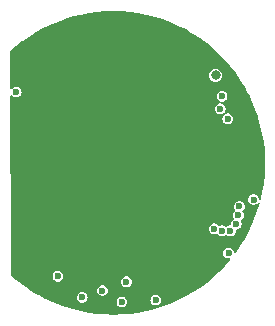
<source format=gbr>
%TF.GenerationSoftware,KiCad,Pcbnew,8.0.3*%
%TF.CreationDate,2024-11-08T22:06:30+02:00*%
%TF.ProjectId,Snowflake-Ornament,536e6f77-666c-4616-9b65-2d4f726e616d,rev?*%
%TF.SameCoordinates,Original*%
%TF.FileFunction,Copper,L3,Inr*%
%TF.FilePolarity,Positive*%
%FSLAX46Y46*%
G04 Gerber Fmt 4.6, Leading zero omitted, Abs format (unit mm)*
G04 Created by KiCad (PCBNEW 8.0.3) date 2024-11-08 22:06:30*
%MOMM*%
%LPD*%
G01*
G04 APERTURE LIST*
%TA.AperFunction,ComponentPad*%
%ADD10R,0.500000X0.900000*%
%TD*%
%TA.AperFunction,ViaPad*%
%ADD11C,0.600000*%
%TD*%
%TA.AperFunction,ViaPad*%
%ADD12C,0.800000*%
%TD*%
G04 APERTURE END LIST*
D10*
%TO.N,GND*%
%TO.C,Antenna2*%
X200145000Y-106560000D03*
%TD*%
D11*
%TO.N,GND*%
X213430000Y-94840000D03*
X201440000Y-102230000D03*
X200450000Y-108250000D03*
X216350000Y-108940000D03*
X200190000Y-90850000D03*
X212420000Y-88850000D03*
X216200000Y-95270000D03*
X200180000Y-101290000D03*
X210200000Y-100200000D03*
X203310000Y-106300000D03*
D12*
X213110000Y-90550000D03*
D11*
X207840000Y-102710000D03*
X205010000Y-106280000D03*
X208210000Y-100150000D03*
X212580000Y-109080000D03*
X214190000Y-90390000D03*
X205050000Y-91880000D03*
X204490000Y-100960000D03*
X207740000Y-98110000D03*
X203530000Y-110630000D03*
X209890000Y-104190000D03*
D12*
X214530000Y-91640000D03*
D11*
X204060000Y-93810000D03*
X200180000Y-98670000D03*
X217030000Y-100230000D03*
%TO.N,+BATT*%
X200140000Y-93960000D03*
X220240000Y-103060000D03*
X218120000Y-107590000D03*
D12*
X217020000Y-92540000D03*
D11*
%TO.N,Net-(D2-RK)*%
X205730000Y-111340000D03*
%TO.N,Net-(D2-BK)*%
X209090000Y-111730000D03*
%TO.N,Net-(D2-GK)*%
X203670000Y-109560000D03*
%TO.N,L1B*%
X217570000Y-94320000D03*
X219040000Y-103650000D03*
%TO.N,L1G*%
X218770000Y-105130000D03*
X217410000Y-95380000D03*
%TO.N,L1R*%
X218950000Y-104380000D03*
X218050000Y-96218806D03*
%TO.N,L2B*%
X216900000Y-105540000D03*
X209470000Y-110020000D03*
%TO.N,L2G*%
X217581091Y-105701615D03*
X207440000Y-110770000D03*
%TO.N,L2R*%
X211950000Y-111570000D03*
X218281027Y-105711253D03*
%TD*%
%TA.AperFunction,Conductor*%
%TO.N,GND*%
G36*
X208361994Y-87108364D02*
G01*
X209065972Y-87127769D01*
X209069975Y-87127991D01*
X209771770Y-87186143D01*
X209775780Y-87186586D01*
X210473324Y-87283313D01*
X210477318Y-87283980D01*
X211168421Y-87418976D01*
X211172373Y-87419861D01*
X211855047Y-87592738D01*
X211858913Y-87593831D01*
X212531001Y-87804044D01*
X212534833Y-87805359D01*
X213194323Y-88052278D01*
X213198072Y-88053801D01*
X213842939Y-88336666D01*
X213846596Y-88338392D01*
X214474917Y-88656360D01*
X214478479Y-88658287D01*
X214945562Y-88927957D01*
X215088322Y-89010380D01*
X215091796Y-89012516D01*
X215681282Y-89397646D01*
X215684633Y-89399969D01*
X216252021Y-89816998D01*
X216255240Y-89819503D01*
X216798798Y-90267159D01*
X216801873Y-90269837D01*
X217319945Y-90746755D01*
X217322868Y-90749599D01*
X217813870Y-91254322D01*
X217816632Y-91257322D01*
X218279099Y-91788343D01*
X218281691Y-91791491D01*
X218714182Y-92347156D01*
X218716598Y-92350442D01*
X219117845Y-92929121D01*
X219120075Y-92932535D01*
X219488823Y-93532419D01*
X219490861Y-93535949D01*
X219789738Y-94088226D01*
X219826008Y-94155246D01*
X219827849Y-94158885D01*
X220128356Y-94795673D01*
X220129995Y-94799407D01*
X220383760Y-95424191D01*
X220394990Y-95451838D01*
X220396404Y-95455614D01*
X220573934Y-95972741D01*
X220625051Y-96121639D01*
X220626268Y-96125531D01*
X220817878Y-96803138D01*
X220818879Y-96807092D01*
X220972862Y-97494198D01*
X220973644Y-97498200D01*
X221089547Y-98192764D01*
X221090107Y-98196803D01*
X221167570Y-98896685D01*
X221167907Y-98900750D01*
X221206698Y-99603849D01*
X221206810Y-99607925D01*
X221206810Y-100312074D01*
X221206698Y-100316150D01*
X221167907Y-101019249D01*
X221167570Y-101023314D01*
X221090107Y-101723196D01*
X221089547Y-101727235D01*
X220973644Y-102421799D01*
X220972862Y-102425801D01*
X220836243Y-103035425D01*
X220803651Y-103081745D01*
X220747852Y-103091452D01*
X220701532Y-103058860D01*
X220690787Y-103029774D01*
X220676697Y-102931776D01*
X220676697Y-102931774D01*
X220622882Y-102813937D01*
X220538049Y-102716033D01*
X220471032Y-102672964D01*
X220429068Y-102645995D01*
X220304772Y-102609500D01*
X220175228Y-102609500D01*
X220050931Y-102645995D01*
X219941954Y-102716031D01*
X219941950Y-102716034D01*
X219857119Y-102813935D01*
X219803302Y-102931776D01*
X219784867Y-103060000D01*
X219803302Y-103188223D01*
X219803302Y-103188224D01*
X219803303Y-103188226D01*
X219857118Y-103306063D01*
X219941951Y-103403967D01*
X220050931Y-103474004D01*
X220175228Y-103510500D01*
X220304772Y-103510500D01*
X220429069Y-103474004D01*
X220538049Y-103403967D01*
X220615406Y-103314691D01*
X220666052Y-103289339D01*
X220719791Y-103307224D01*
X220745143Y-103357870D01*
X220742540Y-103383286D01*
X220626268Y-103794468D01*
X220625051Y-103798359D01*
X220396408Y-104464373D01*
X220394990Y-104468161D01*
X220129995Y-105120592D01*
X220128356Y-105124326D01*
X219827849Y-105761114D01*
X219826008Y-105764753D01*
X219490862Y-106384048D01*
X219488823Y-106387580D01*
X219120075Y-106987464D01*
X219117845Y-106990878D01*
X218716598Y-107569557D01*
X218714182Y-107572844D01*
X218701610Y-107588996D01*
X218652366Y-107616975D01*
X218597761Y-107601939D01*
X218569967Y-107554075D01*
X218556697Y-107461774D01*
X218502882Y-107343937D01*
X218418049Y-107246033D01*
X218351032Y-107202964D01*
X218309068Y-107175995D01*
X218184772Y-107139500D01*
X218055228Y-107139500D01*
X217930931Y-107175995D01*
X217821954Y-107246031D01*
X217821950Y-107246034D01*
X217737119Y-107343935D01*
X217683302Y-107461776D01*
X217664867Y-107590000D01*
X217683302Y-107718223D01*
X217683302Y-107718224D01*
X217683303Y-107718226D01*
X217737118Y-107836063D01*
X217821951Y-107933967D01*
X217930931Y-108004004D01*
X218055228Y-108040500D01*
X218184770Y-108040500D01*
X218184772Y-108040500D01*
X218184773Y-108040499D01*
X218186217Y-108040292D01*
X218187032Y-108040500D01*
X218190064Y-108040500D01*
X218190064Y-108041273D01*
X218241095Y-108054299D01*
X218269995Y-108103008D01*
X218255988Y-108157886D01*
X218252552Y-108162139D01*
X217816632Y-108662677D01*
X217813870Y-108665677D01*
X217322868Y-109170400D01*
X217319945Y-109173244D01*
X216801873Y-109650162D01*
X216798798Y-109652840D01*
X216255240Y-110100496D01*
X216252021Y-110103001D01*
X215684633Y-110520030D01*
X215681282Y-110522353D01*
X215091796Y-110907483D01*
X215088322Y-110909619D01*
X214478492Y-111261705D01*
X214474905Y-111263646D01*
X213846611Y-111581600D01*
X213842923Y-111583340D01*
X213198086Y-111866192D01*
X213194308Y-111867727D01*
X212534845Y-112114635D01*
X212530988Y-112115959D01*
X211858942Y-112326159D01*
X211855018Y-112327269D01*
X211172386Y-112500135D01*
X211168407Y-112501026D01*
X210477333Y-112636016D01*
X210473310Y-112636688D01*
X209775801Y-112733410D01*
X209771748Y-112733858D01*
X209070010Y-112792006D01*
X209065938Y-112792231D01*
X208362011Y-112811634D01*
X208357998Y-112811636D01*
X207676405Y-112793444D01*
X207672461Y-112793233D01*
X206992786Y-112738705D01*
X206988860Y-112738284D01*
X206313078Y-112647579D01*
X206309180Y-112646950D01*
X205639171Y-112520321D01*
X205635311Y-112519484D01*
X204973031Y-112357298D01*
X204969222Y-112356257D01*
X204316523Y-112158971D01*
X204312775Y-112157728D01*
X204274813Y-112144004D01*
X203671535Y-111925904D01*
X203667860Y-111924464D01*
X203643053Y-111913968D01*
X203411662Y-111816063D01*
X203039892Y-111658762D01*
X203036297Y-111657126D01*
X202628542Y-111458324D01*
X202423415Y-111358313D01*
X202419920Y-111356493D01*
X202390226Y-111340000D01*
X205274867Y-111340000D01*
X205293302Y-111468223D01*
X205293302Y-111468224D01*
X205293303Y-111468226D01*
X205347118Y-111586063D01*
X205431951Y-111683967D01*
X205540931Y-111754004D01*
X205665228Y-111790500D01*
X205794772Y-111790500D01*
X205919069Y-111754004D01*
X205956420Y-111730000D01*
X208634867Y-111730000D01*
X208653302Y-111858223D01*
X208653302Y-111858224D01*
X208653303Y-111858226D01*
X208707118Y-111976063D01*
X208791951Y-112073967D01*
X208900931Y-112144004D01*
X209025228Y-112180500D01*
X209154772Y-112180500D01*
X209279069Y-112144004D01*
X209388049Y-112073967D01*
X209472882Y-111976063D01*
X209526697Y-111858226D01*
X209545133Y-111730000D01*
X209526697Y-111601774D01*
X209512186Y-111570000D01*
X211494867Y-111570000D01*
X211513302Y-111698223D01*
X211513302Y-111698224D01*
X211513303Y-111698226D01*
X211567118Y-111816063D01*
X211651951Y-111913967D01*
X211760931Y-111984004D01*
X211885228Y-112020500D01*
X212014772Y-112020500D01*
X212139069Y-111984004D01*
X212248049Y-111913967D01*
X212332882Y-111816063D01*
X212386697Y-111698226D01*
X212405133Y-111570000D01*
X212386697Y-111441774D01*
X212332882Y-111323937D01*
X212248049Y-111226033D01*
X212181032Y-111182964D01*
X212139068Y-111155995D01*
X212014772Y-111119500D01*
X211885228Y-111119500D01*
X211760931Y-111155995D01*
X211651954Y-111226031D01*
X211651950Y-111226034D01*
X211567119Y-111323935D01*
X211513302Y-111441776D01*
X211494867Y-111570000D01*
X209512186Y-111570000D01*
X209472882Y-111483937D01*
X209388049Y-111386033D01*
X209316420Y-111340000D01*
X209279068Y-111315995D01*
X209154772Y-111279500D01*
X209025228Y-111279500D01*
X208900931Y-111315995D01*
X208791954Y-111386031D01*
X208791950Y-111386034D01*
X208707119Y-111483935D01*
X208653302Y-111601776D01*
X208634867Y-111730000D01*
X205956420Y-111730000D01*
X206028049Y-111683967D01*
X206112882Y-111586063D01*
X206166697Y-111468226D01*
X206185133Y-111340000D01*
X206166697Y-111211774D01*
X206112882Y-111093937D01*
X206028049Y-110996033D01*
X205961032Y-110952964D01*
X205919068Y-110925995D01*
X205794772Y-110889500D01*
X205665228Y-110889500D01*
X205540931Y-110925995D01*
X205431954Y-110996031D01*
X205431950Y-110996034D01*
X205347119Y-111093935D01*
X205347118Y-111093936D01*
X205347118Y-111093937D01*
X205337970Y-111113968D01*
X205293302Y-111211776D01*
X205274867Y-111340000D01*
X202390226Y-111340000D01*
X202361307Y-111323937D01*
X202058952Y-111155996D01*
X201823832Y-111025400D01*
X201820432Y-111023391D01*
X201416609Y-110770000D01*
X206984867Y-110770000D01*
X207003302Y-110898223D01*
X207003302Y-110898224D01*
X207003303Y-110898226D01*
X207057118Y-111016063D01*
X207141951Y-111113967D01*
X207250931Y-111184004D01*
X207375228Y-111220500D01*
X207504772Y-111220500D01*
X207629069Y-111184004D01*
X207738049Y-111113967D01*
X207822882Y-111016063D01*
X207876697Y-110898226D01*
X207895133Y-110770000D01*
X207876697Y-110641774D01*
X207822882Y-110523937D01*
X207738049Y-110426033D01*
X207641474Y-110363968D01*
X207629068Y-110355995D01*
X207504772Y-110319500D01*
X207375228Y-110319500D01*
X207250931Y-110355995D01*
X207141954Y-110426031D01*
X207141950Y-110426034D01*
X207057119Y-110523935D01*
X207003302Y-110641776D01*
X206984867Y-110770000D01*
X201416609Y-110770000D01*
X201242860Y-110660976D01*
X201239573Y-110658789D01*
X200682161Y-110266084D01*
X200678994Y-110263724D01*
X200369533Y-110020000D01*
X209014867Y-110020000D01*
X209033302Y-110148223D01*
X209033302Y-110148224D01*
X209033303Y-110148226D01*
X209087118Y-110266063D01*
X209171951Y-110363967D01*
X209280931Y-110434004D01*
X209405228Y-110470500D01*
X209534772Y-110470500D01*
X209659069Y-110434004D01*
X209768049Y-110363967D01*
X209852882Y-110266063D01*
X209906697Y-110148226D01*
X209925133Y-110020000D01*
X209906697Y-109891774D01*
X209852882Y-109773937D01*
X209768049Y-109676033D01*
X209701032Y-109632964D01*
X209659068Y-109605995D01*
X209534772Y-109569500D01*
X209405228Y-109569500D01*
X209280931Y-109605995D01*
X209171954Y-109676031D01*
X209171950Y-109676034D01*
X209087119Y-109773935D01*
X209033302Y-109891776D01*
X209014867Y-110020000D01*
X200369533Y-110020000D01*
X200143323Y-109841842D01*
X200140287Y-109839317D01*
X199822135Y-109560000D01*
X203214867Y-109560000D01*
X203233302Y-109688223D01*
X203233302Y-109688224D01*
X203233303Y-109688226D01*
X203287118Y-109806063D01*
X203371951Y-109903967D01*
X203480931Y-109974004D01*
X203605228Y-110010500D01*
X203734772Y-110010500D01*
X203859069Y-109974004D01*
X203968049Y-109903967D01*
X204052882Y-109806063D01*
X204106697Y-109688226D01*
X204125133Y-109560000D01*
X204106697Y-109431774D01*
X204052882Y-109313937D01*
X203968049Y-109216033D01*
X203899325Y-109171867D01*
X203859068Y-109145995D01*
X203734772Y-109109500D01*
X203605228Y-109109500D01*
X203480931Y-109145995D01*
X203371954Y-109216031D01*
X203371950Y-109216034D01*
X203287119Y-109313935D01*
X203233302Y-109431776D01*
X203214867Y-109560000D01*
X199822135Y-109560000D01*
X199756847Y-109502681D01*
X199731825Y-109451871D01*
X199731670Y-109447495D01*
X199731580Y-109431776D01*
X199716311Y-106769041D01*
X199709263Y-105540000D01*
X216444867Y-105540000D01*
X216463302Y-105668223D01*
X216463302Y-105668224D01*
X216463303Y-105668226D01*
X216517118Y-105786063D01*
X216601951Y-105883967D01*
X216710931Y-105954004D01*
X216835228Y-105990500D01*
X216964775Y-105990500D01*
X216964775Y-105990499D01*
X216964833Y-105990482D01*
X217089069Y-105954004D01*
X217108748Y-105941356D01*
X217164483Y-105931299D01*
X217204682Y-105955149D01*
X217283038Y-106045578D01*
X217283039Y-106045579D01*
X217283042Y-106045582D01*
X217392022Y-106115619D01*
X217516319Y-106152115D01*
X217645863Y-106152115D01*
X217770160Y-106115619D01*
X217879140Y-106045582D01*
X217879140Y-106045581D01*
X217883593Y-106042720D01*
X217884716Y-106044469D01*
X217931480Y-106028897D01*
X217978427Y-106052388D01*
X217978978Y-106051753D01*
X217981465Y-106053908D01*
X217982130Y-106054241D01*
X217982140Y-106054253D01*
X217982973Y-106055215D01*
X217982974Y-106055216D01*
X217982978Y-106055220D01*
X218091958Y-106125257D01*
X218216255Y-106161753D01*
X218345799Y-106161753D01*
X218470096Y-106125257D01*
X218579076Y-106055220D01*
X218663909Y-105957316D01*
X218717724Y-105839479D01*
X218736160Y-105711253D01*
X218729514Y-105665030D01*
X218743521Y-105610154D01*
X218792229Y-105581253D01*
X218802761Y-105580500D01*
X218834772Y-105580500D01*
X218959069Y-105544004D01*
X219068049Y-105473967D01*
X219152882Y-105376063D01*
X219206697Y-105258226D01*
X219225133Y-105130000D01*
X219206697Y-105001774D01*
X219152882Y-104883937D01*
X219152880Y-104883935D01*
X219150020Y-104879484D01*
X219151627Y-104878450D01*
X219135927Y-104831268D01*
X219161281Y-104780623D01*
X219169723Y-104774303D01*
X219248049Y-104723967D01*
X219332882Y-104626063D01*
X219386697Y-104508226D01*
X219405133Y-104380000D01*
X219386697Y-104251774D01*
X219332882Y-104133937D01*
X219312752Y-104110705D01*
X219294867Y-104056966D01*
X219320219Y-104006320D01*
X219328666Y-103999996D01*
X219338049Y-103993967D01*
X219422882Y-103896063D01*
X219476697Y-103778226D01*
X219495133Y-103650000D01*
X219476697Y-103521774D01*
X219422882Y-103403937D01*
X219338049Y-103306033D01*
X219271032Y-103262964D01*
X219229068Y-103235995D01*
X219104772Y-103199500D01*
X218975228Y-103199500D01*
X218850931Y-103235995D01*
X218741954Y-103306031D01*
X218741950Y-103306034D01*
X218657119Y-103403935D01*
X218603302Y-103521776D01*
X218584867Y-103650000D01*
X218603302Y-103778223D01*
X218657119Y-103896065D01*
X218657121Y-103896067D01*
X218677246Y-103919293D01*
X218695132Y-103973032D01*
X218669781Y-104023678D01*
X218661332Y-104030004D01*
X218651953Y-104036031D01*
X218651950Y-104036034D01*
X218567119Y-104133935D01*
X218513302Y-104251776D01*
X218494867Y-104380000D01*
X218513302Y-104508223D01*
X218567118Y-104626063D01*
X218569980Y-104630516D01*
X218568371Y-104631549D01*
X218584072Y-104678733D01*
X218558716Y-104729377D01*
X218550269Y-104735700D01*
X218471956Y-104786029D01*
X218471950Y-104786034D01*
X218387119Y-104883935D01*
X218333302Y-105001776D01*
X218315950Y-105122465D01*
X218314867Y-105130000D01*
X218318831Y-105157573D01*
X218321513Y-105176221D01*
X218307506Y-105231099D01*
X218258798Y-105260000D01*
X218248266Y-105260753D01*
X218216255Y-105260753D01*
X218091958Y-105297248D01*
X218020346Y-105343271D01*
X217996474Y-105358613D01*
X217978525Y-105370148D01*
X217977405Y-105368405D01*
X217930607Y-105383968D01*
X217883694Y-105360475D01*
X217883140Y-105361115D01*
X217880631Y-105358941D01*
X217879976Y-105358613D01*
X217879143Y-105357651D01*
X217879141Y-105357650D01*
X217879140Y-105357648D01*
X217805487Y-105310314D01*
X217770159Y-105287610D01*
X217645863Y-105251115D01*
X217516319Y-105251115D01*
X217392022Y-105287610D01*
X217372339Y-105300260D01*
X217316601Y-105310314D01*
X217276408Y-105286465D01*
X217198049Y-105196033D01*
X217131032Y-105152964D01*
X217089068Y-105125995D01*
X216964772Y-105089500D01*
X216835228Y-105089500D01*
X216710931Y-105125995D01*
X216601954Y-105196031D01*
X216601950Y-105196034D01*
X216517119Y-105293935D01*
X216517118Y-105293936D01*
X216517118Y-105293937D01*
X216514230Y-105300260D01*
X216463302Y-105411776D01*
X216444867Y-105540000D01*
X199709263Y-105540000D01*
X199655810Y-96218806D01*
X217594867Y-96218806D01*
X217613302Y-96347029D01*
X217613302Y-96347030D01*
X217613303Y-96347032D01*
X217667118Y-96464869D01*
X217751951Y-96562773D01*
X217860931Y-96632810D01*
X217985228Y-96669306D01*
X218114772Y-96669306D01*
X218239069Y-96632810D01*
X218348049Y-96562773D01*
X218432882Y-96464869D01*
X218486697Y-96347032D01*
X218505133Y-96218806D01*
X218486697Y-96090580D01*
X218432882Y-95972743D01*
X218348049Y-95874839D01*
X218279056Y-95830500D01*
X218239068Y-95804801D01*
X218114772Y-95768306D01*
X217985228Y-95768306D01*
X217860931Y-95804801D01*
X217751954Y-95874837D01*
X217751950Y-95874840D01*
X217667119Y-95972741D01*
X217613302Y-96090582D01*
X217594867Y-96218806D01*
X199655810Y-96218806D01*
X199651000Y-95380000D01*
X216954867Y-95380000D01*
X216973302Y-95508223D01*
X216973302Y-95508224D01*
X216973303Y-95508226D01*
X217027118Y-95626063D01*
X217111951Y-95723967D01*
X217220931Y-95794004D01*
X217345228Y-95830500D01*
X217474772Y-95830500D01*
X217599069Y-95794004D01*
X217708049Y-95723967D01*
X217792882Y-95626063D01*
X217846697Y-95508226D01*
X217865133Y-95380000D01*
X217846697Y-95251774D01*
X217792882Y-95133937D01*
X217708049Y-95036033D01*
X217641032Y-94992964D01*
X217599068Y-94965995D01*
X217474772Y-94929500D01*
X217345228Y-94929500D01*
X217220931Y-94965995D01*
X217111954Y-95036031D01*
X217111950Y-95036034D01*
X217027119Y-95133935D01*
X216973302Y-95251776D01*
X216954867Y-95380000D01*
X199651000Y-95380000D01*
X199644664Y-94275107D01*
X199666038Y-94222661D01*
X199718239Y-94200687D01*
X199770688Y-94222061D01*
X199774589Y-94226226D01*
X199841951Y-94303967D01*
X199950931Y-94374004D01*
X200075228Y-94410500D01*
X200204772Y-94410500D01*
X200329069Y-94374004D01*
X200413101Y-94320000D01*
X217114867Y-94320000D01*
X217133302Y-94448223D01*
X217133302Y-94448224D01*
X217133303Y-94448226D01*
X217187118Y-94566063D01*
X217271951Y-94663967D01*
X217380931Y-94734004D01*
X217505228Y-94770500D01*
X217634772Y-94770500D01*
X217759069Y-94734004D01*
X217868049Y-94663967D01*
X217952882Y-94566063D01*
X218006697Y-94448226D01*
X218025133Y-94320000D01*
X218006697Y-94191774D01*
X217952882Y-94073937D01*
X217868049Y-93976033D01*
X217801032Y-93932964D01*
X217759068Y-93905995D01*
X217634772Y-93869500D01*
X217505228Y-93869500D01*
X217380931Y-93905995D01*
X217271954Y-93976031D01*
X217271950Y-93976034D01*
X217187119Y-94073935D01*
X217133302Y-94191776D01*
X217114867Y-94320000D01*
X200413101Y-94320000D01*
X200438049Y-94303967D01*
X200522882Y-94206063D01*
X200576697Y-94088226D01*
X200595133Y-93960000D01*
X200576697Y-93831774D01*
X200522882Y-93713937D01*
X200438049Y-93616033D01*
X200371032Y-93572964D01*
X200329068Y-93545995D01*
X200204772Y-93509500D01*
X200075228Y-93509500D01*
X199950931Y-93545995D01*
X199841954Y-93616031D01*
X199841946Y-93616037D01*
X199771003Y-93697911D01*
X199720357Y-93723262D01*
X199666618Y-93705376D01*
X199641267Y-93654730D01*
X199641079Y-93649891D01*
X199634714Y-92540000D01*
X216464750Y-92540000D01*
X216483669Y-92683708D01*
X216539138Y-92817623D01*
X216539139Y-92817625D01*
X216627379Y-92932621D01*
X216742375Y-93020861D01*
X216876291Y-93076330D01*
X217020000Y-93095250D01*
X217163709Y-93076330D01*
X217297625Y-93020861D01*
X217412621Y-92932621D01*
X217500861Y-92817625D01*
X217556330Y-92683709D01*
X217575250Y-92540000D01*
X217556330Y-92396291D01*
X217500861Y-92262375D01*
X217412621Y-92147379D01*
X217297625Y-92059139D01*
X217287413Y-92054909D01*
X217163708Y-92003669D01*
X217020000Y-91984750D01*
X216876291Y-92003669D01*
X216742376Y-92059138D01*
X216627379Y-92147379D01*
X216539138Y-92262376D01*
X216483669Y-92396291D01*
X216464750Y-92540000D01*
X199634714Y-92540000D01*
X199623410Y-90568733D01*
X199644784Y-90516287D01*
X199648519Y-90512762D01*
X200132765Y-90086945D01*
X200135770Y-90084443D01*
X200671750Y-89661679D01*
X200674859Y-89659359D01*
X201232680Y-89265801D01*
X201235928Y-89263637D01*
X201813959Y-88900437D01*
X201817301Y-88898459D01*
X202413909Y-88566642D01*
X202417378Y-88564833D01*
X203030819Y-88265368D01*
X203034375Y-88263747D01*
X203662977Y-87997451D01*
X203666588Y-87996034D01*
X204308493Y-87763694D01*
X204312200Y-87762463D01*
X204965612Y-87564730D01*
X204969368Y-87563702D01*
X205632386Y-87401150D01*
X205636185Y-87400325D01*
X206306937Y-87273412D01*
X206310825Y-87272784D01*
X206987402Y-87181872D01*
X206991278Y-87181456D01*
X207671719Y-87126807D01*
X207675616Y-87126598D01*
X208358053Y-87108363D01*
X208361994Y-87108364D01*
G37*
%TD.AperFunction*%
%TD*%
M02*

</source>
